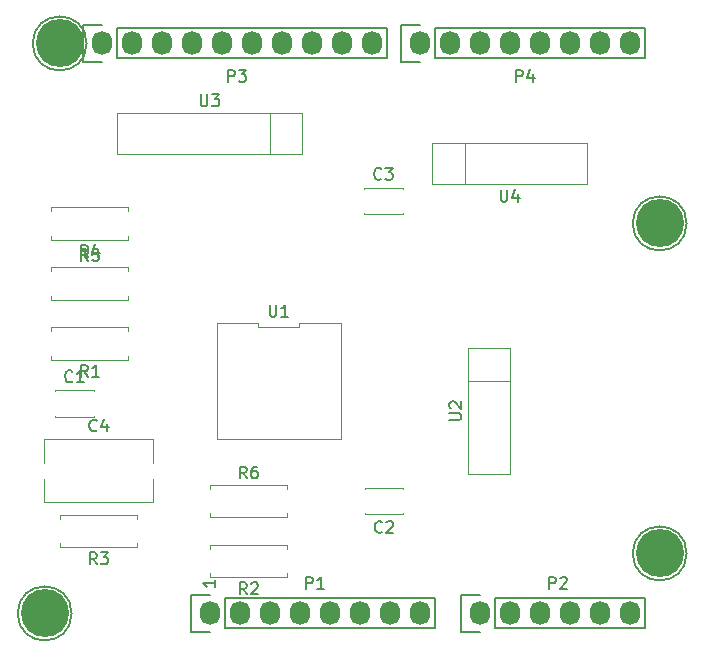
<source format=gbr>
%TF.GenerationSoftware,KiCad,Pcbnew,(6.0.2)*%
%TF.CreationDate,2022-03-16T08:15:24+01:00*%
%TF.ProjectId,Banc_de_test_2,42616e63-5f64-4655-9f74-6573745f322e,rev?*%
%TF.SameCoordinates,Original*%
%TF.FileFunction,Legend,Top*%
%TF.FilePolarity,Positive*%
%FSLAX46Y46*%
G04 Gerber Fmt 4.6, Leading zero omitted, Abs format (unit mm)*
G04 Created by KiCad (PCBNEW (6.0.2)) date 2022-03-16 08:15:24*
%MOMM*%
%LPD*%
G01*
G04 APERTURE LIST*
%ADD10C,0.150000*%
%ADD11C,0.120000*%
%ADD12O,1.727200X2.032000*%
%ADD13C,4.064000*%
G04 APERTURE END LIST*
D10*
X139390380Y-120999285D02*
X139390380Y-121570714D01*
X139390380Y-121285000D02*
X138390380Y-121285000D01*
X138533238Y-121380238D01*
X138628476Y-121475476D01*
X138676095Y-121570714D01*
%TO.C,P1*%
X147089904Y-121737380D02*
X147089904Y-120737380D01*
X147470857Y-120737380D01*
X147566095Y-120785000D01*
X147613714Y-120832619D01*
X147661333Y-120927857D01*
X147661333Y-121070714D01*
X147613714Y-121165952D01*
X147566095Y-121213571D01*
X147470857Y-121261190D01*
X147089904Y-121261190D01*
X148613714Y-121737380D02*
X148042285Y-121737380D01*
X148328000Y-121737380D02*
X148328000Y-120737380D01*
X148232761Y-120880238D01*
X148137523Y-120975476D01*
X148042285Y-121023095D01*
%TO.C,P2*%
X167663904Y-121737380D02*
X167663904Y-120737380D01*
X168044857Y-120737380D01*
X168140095Y-120785000D01*
X168187714Y-120832619D01*
X168235333Y-120927857D01*
X168235333Y-121070714D01*
X168187714Y-121165952D01*
X168140095Y-121213571D01*
X168044857Y-121261190D01*
X167663904Y-121261190D01*
X168616285Y-120832619D02*
X168663904Y-120785000D01*
X168759142Y-120737380D01*
X168997238Y-120737380D01*
X169092476Y-120785000D01*
X169140095Y-120832619D01*
X169187714Y-120927857D01*
X169187714Y-121023095D01*
X169140095Y-121165952D01*
X168568666Y-121737380D01*
X169187714Y-121737380D01*
%TO.C,P3*%
X140485904Y-78811380D02*
X140485904Y-77811380D01*
X140866857Y-77811380D01*
X140962095Y-77859000D01*
X141009714Y-77906619D01*
X141057333Y-78001857D01*
X141057333Y-78144714D01*
X141009714Y-78239952D01*
X140962095Y-78287571D01*
X140866857Y-78335190D01*
X140485904Y-78335190D01*
X141390666Y-77811380D02*
X142009714Y-77811380D01*
X141676380Y-78192333D01*
X141819238Y-78192333D01*
X141914476Y-78239952D01*
X141962095Y-78287571D01*
X142009714Y-78382809D01*
X142009714Y-78620904D01*
X141962095Y-78716142D01*
X141914476Y-78763761D01*
X141819238Y-78811380D01*
X141533523Y-78811380D01*
X141438285Y-78763761D01*
X141390666Y-78716142D01*
%TO.C,P4*%
X164869904Y-78811380D02*
X164869904Y-77811380D01*
X165250857Y-77811380D01*
X165346095Y-77859000D01*
X165393714Y-77906619D01*
X165441333Y-78001857D01*
X165441333Y-78144714D01*
X165393714Y-78239952D01*
X165346095Y-78287571D01*
X165250857Y-78335190D01*
X164869904Y-78335190D01*
X166298476Y-78144714D02*
X166298476Y-78811380D01*
X166060380Y-77763761D02*
X165822285Y-78478047D01*
X166441333Y-78478047D01*
%TO.C,C1*%
X127321333Y-104152142D02*
X127273714Y-104199761D01*
X127130857Y-104247380D01*
X127035619Y-104247380D01*
X126892761Y-104199761D01*
X126797523Y-104104523D01*
X126749904Y-104009285D01*
X126702285Y-103818809D01*
X126702285Y-103675952D01*
X126749904Y-103485476D01*
X126797523Y-103390238D01*
X126892761Y-103295000D01*
X127035619Y-103247380D01*
X127130857Y-103247380D01*
X127273714Y-103295000D01*
X127321333Y-103342619D01*
X128273714Y-104247380D02*
X127702285Y-104247380D01*
X127988000Y-104247380D02*
X127988000Y-103247380D01*
X127892761Y-103390238D01*
X127797523Y-103485476D01*
X127702285Y-103533095D01*
%TO.C,U1*%
X144018095Y-97682380D02*
X144018095Y-98491904D01*
X144065714Y-98587142D01*
X144113333Y-98634761D01*
X144208571Y-98682380D01*
X144399047Y-98682380D01*
X144494285Y-98634761D01*
X144541904Y-98587142D01*
X144589523Y-98491904D01*
X144589523Y-97682380D01*
X145589523Y-98682380D02*
X145018095Y-98682380D01*
X145303809Y-98682380D02*
X145303809Y-97682380D01*
X145208571Y-97825238D01*
X145113333Y-97920476D01*
X145018095Y-97968095D01*
%TO.C,U3*%
X138176095Y-79867380D02*
X138176095Y-80676904D01*
X138223714Y-80772142D01*
X138271333Y-80819761D01*
X138366571Y-80867380D01*
X138557047Y-80867380D01*
X138652285Y-80819761D01*
X138699904Y-80772142D01*
X138747523Y-80676904D01*
X138747523Y-79867380D01*
X139128476Y-79867380D02*
X139747523Y-79867380D01*
X139414190Y-80248333D01*
X139557047Y-80248333D01*
X139652285Y-80295952D01*
X139699904Y-80343571D01*
X139747523Y-80438809D01*
X139747523Y-80676904D01*
X139699904Y-80772142D01*
X139652285Y-80819761D01*
X139557047Y-80867380D01*
X139271333Y-80867380D01*
X139176095Y-80819761D01*
X139128476Y-80772142D01*
%TO.C,R4*%
X128611333Y-93627380D02*
X128278000Y-93151190D01*
X128039904Y-93627380D02*
X128039904Y-92627380D01*
X128420857Y-92627380D01*
X128516095Y-92675000D01*
X128563714Y-92722619D01*
X128611333Y-92817857D01*
X128611333Y-92960714D01*
X128563714Y-93055952D01*
X128516095Y-93103571D01*
X128420857Y-93151190D01*
X128039904Y-93151190D01*
X129468476Y-92960714D02*
X129468476Y-93627380D01*
X129230380Y-92579761D02*
X128992285Y-93294047D01*
X129611333Y-93294047D01*
%TO.C,R3*%
X129373333Y-119662380D02*
X129040000Y-119186190D01*
X128801904Y-119662380D02*
X128801904Y-118662380D01*
X129182857Y-118662380D01*
X129278095Y-118710000D01*
X129325714Y-118757619D01*
X129373333Y-118852857D01*
X129373333Y-118995714D01*
X129325714Y-119090952D01*
X129278095Y-119138571D01*
X129182857Y-119186190D01*
X128801904Y-119186190D01*
X129706666Y-118662380D02*
X130325714Y-118662380D01*
X129992380Y-119043333D01*
X130135238Y-119043333D01*
X130230476Y-119090952D01*
X130278095Y-119138571D01*
X130325714Y-119233809D01*
X130325714Y-119471904D01*
X130278095Y-119567142D01*
X130230476Y-119614761D01*
X130135238Y-119662380D01*
X129849523Y-119662380D01*
X129754285Y-119614761D01*
X129706666Y-119567142D01*
%TO.C,R2*%
X142073333Y-122202380D02*
X141740000Y-121726190D01*
X141501904Y-122202380D02*
X141501904Y-121202380D01*
X141882857Y-121202380D01*
X141978095Y-121250000D01*
X142025714Y-121297619D01*
X142073333Y-121392857D01*
X142073333Y-121535714D01*
X142025714Y-121630952D01*
X141978095Y-121678571D01*
X141882857Y-121726190D01*
X141501904Y-121726190D01*
X142454285Y-121297619D02*
X142501904Y-121250000D01*
X142597142Y-121202380D01*
X142835238Y-121202380D01*
X142930476Y-121250000D01*
X142978095Y-121297619D01*
X143025714Y-121392857D01*
X143025714Y-121488095D01*
X142978095Y-121630952D01*
X142406666Y-122202380D01*
X143025714Y-122202380D01*
%TO.C,C2*%
X153523333Y-116907142D02*
X153475714Y-116954761D01*
X153332857Y-117002380D01*
X153237619Y-117002380D01*
X153094761Y-116954761D01*
X152999523Y-116859523D01*
X152951904Y-116764285D01*
X152904285Y-116573809D01*
X152904285Y-116430952D01*
X152951904Y-116240476D01*
X152999523Y-116145238D01*
X153094761Y-116050000D01*
X153237619Y-116002380D01*
X153332857Y-116002380D01*
X153475714Y-116050000D01*
X153523333Y-116097619D01*
X153904285Y-116097619D02*
X153951904Y-116050000D01*
X154047142Y-116002380D01*
X154285238Y-116002380D01*
X154380476Y-116050000D01*
X154428095Y-116097619D01*
X154475714Y-116192857D01*
X154475714Y-116288095D01*
X154428095Y-116430952D01*
X153856666Y-117002380D01*
X154475714Y-117002380D01*
%TO.C,R5*%
X128611333Y-93967380D02*
X128278000Y-93491190D01*
X128039904Y-93967380D02*
X128039904Y-92967380D01*
X128420857Y-92967380D01*
X128516095Y-93015000D01*
X128563714Y-93062619D01*
X128611333Y-93157857D01*
X128611333Y-93300714D01*
X128563714Y-93395952D01*
X128516095Y-93443571D01*
X128420857Y-93491190D01*
X128039904Y-93491190D01*
X129516095Y-92967380D02*
X129039904Y-92967380D01*
X128992285Y-93443571D01*
X129039904Y-93395952D01*
X129135142Y-93348333D01*
X129373238Y-93348333D01*
X129468476Y-93395952D01*
X129516095Y-93443571D01*
X129563714Y-93538809D01*
X129563714Y-93776904D01*
X129516095Y-93872142D01*
X129468476Y-93919761D01*
X129373238Y-93967380D01*
X129135142Y-93967380D01*
X129039904Y-93919761D01*
X128992285Y-93872142D01*
%TO.C,C3*%
X153483333Y-87007142D02*
X153435714Y-87054761D01*
X153292857Y-87102380D01*
X153197619Y-87102380D01*
X153054761Y-87054761D01*
X152959523Y-86959523D01*
X152911904Y-86864285D01*
X152864285Y-86673809D01*
X152864285Y-86530952D01*
X152911904Y-86340476D01*
X152959523Y-86245238D01*
X153054761Y-86150000D01*
X153197619Y-86102380D01*
X153292857Y-86102380D01*
X153435714Y-86150000D01*
X153483333Y-86197619D01*
X153816666Y-86102380D02*
X154435714Y-86102380D01*
X154102380Y-86483333D01*
X154245238Y-86483333D01*
X154340476Y-86530952D01*
X154388095Y-86578571D01*
X154435714Y-86673809D01*
X154435714Y-86911904D01*
X154388095Y-87007142D01*
X154340476Y-87054761D01*
X154245238Y-87102380D01*
X153959523Y-87102380D01*
X153864285Y-87054761D01*
X153816666Y-87007142D01*
%TO.C,U4*%
X163576095Y-87947380D02*
X163576095Y-88756904D01*
X163623714Y-88852142D01*
X163671333Y-88899761D01*
X163766571Y-88947380D01*
X163957047Y-88947380D01*
X164052285Y-88899761D01*
X164099904Y-88852142D01*
X164147523Y-88756904D01*
X164147523Y-87947380D01*
X165052285Y-88280714D02*
X165052285Y-88947380D01*
X164814190Y-87899761D02*
X164576095Y-88614047D01*
X165195142Y-88614047D01*
%TO.C,R6*%
X142073333Y-112382380D02*
X141740000Y-111906190D01*
X141501904Y-112382380D02*
X141501904Y-111382380D01*
X141882857Y-111382380D01*
X141978095Y-111430000D01*
X142025714Y-111477619D01*
X142073333Y-111572857D01*
X142073333Y-111715714D01*
X142025714Y-111810952D01*
X141978095Y-111858571D01*
X141882857Y-111906190D01*
X141501904Y-111906190D01*
X142930476Y-111382380D02*
X142740000Y-111382380D01*
X142644761Y-111430000D01*
X142597142Y-111477619D01*
X142501904Y-111620476D01*
X142454285Y-111810952D01*
X142454285Y-112191904D01*
X142501904Y-112287142D01*
X142549523Y-112334761D01*
X142644761Y-112382380D01*
X142835238Y-112382380D01*
X142930476Y-112334761D01*
X142978095Y-112287142D01*
X143025714Y-112191904D01*
X143025714Y-111953809D01*
X142978095Y-111858571D01*
X142930476Y-111810952D01*
X142835238Y-111763333D01*
X142644761Y-111763333D01*
X142549523Y-111810952D01*
X142501904Y-111858571D01*
X142454285Y-111953809D01*
%TO.C,R1*%
X128611333Y-103787380D02*
X128278000Y-103311190D01*
X128039904Y-103787380D02*
X128039904Y-102787380D01*
X128420857Y-102787380D01*
X128516095Y-102835000D01*
X128563714Y-102882619D01*
X128611333Y-102977857D01*
X128611333Y-103120714D01*
X128563714Y-103215952D01*
X128516095Y-103263571D01*
X128420857Y-103311190D01*
X128039904Y-103311190D01*
X129563714Y-103787380D02*
X128992285Y-103787380D01*
X129278000Y-103787380D02*
X129278000Y-102787380D01*
X129182761Y-102930238D01*
X129087523Y-103025476D01*
X128992285Y-103073095D01*
%TO.C,C4*%
X129373333Y-108317142D02*
X129325714Y-108364761D01*
X129182857Y-108412380D01*
X129087619Y-108412380D01*
X128944761Y-108364761D01*
X128849523Y-108269523D01*
X128801904Y-108174285D01*
X128754285Y-107983809D01*
X128754285Y-107840952D01*
X128801904Y-107650476D01*
X128849523Y-107555238D01*
X128944761Y-107460000D01*
X129087619Y-107412380D01*
X129182857Y-107412380D01*
X129325714Y-107460000D01*
X129373333Y-107507619D01*
X130230476Y-107745714D02*
X130230476Y-108412380D01*
X129992380Y-107364761D02*
X129754285Y-108079047D01*
X130373333Y-108079047D01*
%TO.C,U2*%
X159242380Y-107441904D02*
X160051904Y-107441904D01*
X160147142Y-107394285D01*
X160194761Y-107346666D01*
X160242380Y-107251428D01*
X160242380Y-107060952D01*
X160194761Y-106965714D01*
X160147142Y-106918095D01*
X160051904Y-106870476D01*
X159242380Y-106870476D01*
X159337619Y-106441904D02*
X159290000Y-106394285D01*
X159242380Y-106299047D01*
X159242380Y-106060952D01*
X159290000Y-105965714D01*
X159337619Y-105918095D01*
X159432857Y-105870476D01*
X159528095Y-105870476D01*
X159670952Y-105918095D01*
X160242380Y-106489523D01*
X160242380Y-105870476D01*
%TO.C,P1*%
X157988000Y-125095000D02*
X157988000Y-122555000D01*
X140208000Y-125095000D02*
X157988000Y-125095000D01*
X157988000Y-122555000D02*
X140208000Y-122555000D01*
X138938000Y-122275000D02*
X137388000Y-122275000D01*
X137388000Y-122275000D02*
X137388000Y-125375000D01*
X137388000Y-125375000D02*
X138938000Y-125375000D01*
X140208000Y-125095000D02*
X140208000Y-122555000D01*
%TO.C,P2*%
X163068000Y-125095000D02*
X163068000Y-122555000D01*
X161798000Y-122275000D02*
X160248000Y-122275000D01*
X175768000Y-122555000D02*
X163068000Y-122555000D01*
X163068000Y-125095000D02*
X175768000Y-125095000D01*
X175768000Y-125095000D02*
X175768000Y-122555000D01*
X160248000Y-122275000D02*
X160248000Y-125375000D01*
X160248000Y-125375000D02*
X161798000Y-125375000D01*
%TO.C,P3*%
X128244000Y-74015000D02*
X128244000Y-77115000D01*
X131064000Y-76835000D02*
X153924000Y-76835000D01*
X153924000Y-76835000D02*
X153924000Y-74295000D01*
X153924000Y-74295000D02*
X131064000Y-74295000D01*
X129794000Y-74015000D02*
X128244000Y-74015000D01*
X128244000Y-77115000D02*
X129794000Y-77115000D01*
X131064000Y-76835000D02*
X131064000Y-74295000D01*
%TO.C,P4*%
X175768000Y-74295000D02*
X157988000Y-74295000D01*
X155168000Y-77115000D02*
X156718000Y-77115000D01*
X157988000Y-76835000D02*
X175768000Y-76835000D01*
X157988000Y-76835000D02*
X157988000Y-74295000D01*
X156718000Y-74015000D02*
X155168000Y-74015000D01*
X175768000Y-76835000D02*
X175768000Y-74295000D01*
X155168000Y-74015000D02*
X155168000Y-77115000D01*
%TO.C,P5*%
X127254000Y-123825000D02*
G75*
G03*
X127254000Y-123825000I-2286000J0D01*
G01*
%TO.C,P6*%
X179324000Y-118745000D02*
G75*
G03*
X179324000Y-118745000I-2286000J0D01*
G01*
%TO.C,P7*%
X128524000Y-75565000D02*
G75*
G03*
X128524000Y-75565000I-2286000J0D01*
G01*
%TO.C,P8*%
X179324000Y-90805000D02*
G75*
G03*
X179324000Y-90805000I-2286000J0D01*
G01*
D11*
%TO.C,C1*%
X129108000Y-107100000D02*
X129108000Y-107165000D01*
X125868000Y-107100000D02*
X125868000Y-107165000D01*
X125868000Y-104925000D02*
X129108000Y-104925000D01*
X125868000Y-104925000D02*
X125868000Y-104990000D01*
X125868000Y-107165000D02*
X129108000Y-107165000D01*
X129108000Y-104925000D02*
X129108000Y-104990000D01*
%TO.C,U1*%
X146533333Y-99230000D02*
X146533333Y-99590000D01*
X150040000Y-99230000D02*
X146533333Y-99230000D01*
X139520000Y-99230000D02*
X139520000Y-109050000D01*
X143026667Y-99230000D02*
X139520000Y-99230000D01*
X146533333Y-99590000D02*
X143026667Y-99590000D01*
X139520000Y-109050000D02*
X150040000Y-109050000D01*
X150040000Y-109050000D02*
X150040000Y-99230000D01*
X143026667Y-99590000D02*
X143026667Y-99230000D01*
%TO.C,U3*%
X146788000Y-81415000D02*
X146788000Y-84955000D01*
X131088000Y-84955000D02*
X131088000Y-81415000D01*
X146788000Y-84955000D02*
X131088000Y-84955000D01*
X144018000Y-84955000D02*
X144018000Y-81415000D01*
X131088000Y-81415000D02*
X146788000Y-81415000D01*
%TO.C,R4*%
X132048000Y-89765000D02*
X132048000Y-89435000D01*
X125508000Y-92175000D02*
X125508000Y-91845000D01*
X125508000Y-89435000D02*
X125508000Y-89765000D01*
X132048000Y-89435000D02*
X125508000Y-89435000D01*
X132048000Y-91845000D02*
X132048000Y-92175000D01*
X132048000Y-92175000D02*
X125508000Y-92175000D01*
%TO.C,R3*%
X126270000Y-115470000D02*
X126270000Y-115800000D01*
X132810000Y-117880000D02*
X132810000Y-118210000D01*
X126270000Y-118210000D02*
X126270000Y-117880000D01*
X132810000Y-118210000D02*
X126270000Y-118210000D01*
X132810000Y-115470000D02*
X126270000Y-115470000D01*
X132810000Y-115800000D02*
X132810000Y-115470000D01*
%TO.C,R2*%
X145510000Y-118340000D02*
X145510000Y-118010000D01*
X145510000Y-120750000D02*
X138970000Y-120750000D01*
X138970000Y-118010000D02*
X138970000Y-118340000D01*
X145510000Y-118010000D02*
X138970000Y-118010000D01*
X138970000Y-120750000D02*
X138970000Y-120420000D01*
X145510000Y-120420000D02*
X145510000Y-120750000D01*
%TO.C,C2*%
X155310000Y-113180000D02*
X152070000Y-113180000D01*
X152070000Y-115420000D02*
X152070000Y-115355000D01*
X155310000Y-115420000D02*
X152070000Y-115420000D01*
X155310000Y-115420000D02*
X155310000Y-115355000D01*
X152070000Y-113245000D02*
X152070000Y-113180000D01*
X155310000Y-113245000D02*
X155310000Y-113180000D01*
%TO.C,R5*%
X132048000Y-94515000D02*
X132048000Y-94845000D01*
X125508000Y-97255000D02*
X132048000Y-97255000D01*
X132048000Y-97255000D02*
X132048000Y-96925000D01*
X125508000Y-94515000D02*
X132048000Y-94515000D01*
X125508000Y-96925000D02*
X125508000Y-97255000D01*
X125508000Y-94845000D02*
X125508000Y-94515000D01*
%TO.C,C3*%
X152030000Y-89955000D02*
X152030000Y-90020000D01*
X155270000Y-87780000D02*
X155270000Y-87845000D01*
X152030000Y-87780000D02*
X155270000Y-87780000D01*
X155270000Y-89955000D02*
X155270000Y-90020000D01*
X152030000Y-87780000D02*
X152030000Y-87845000D01*
X152030000Y-90020000D02*
X155270000Y-90020000D01*
%TO.C,U4*%
X160528000Y-83955000D02*
X160528000Y-87495000D01*
X157758000Y-83955000D02*
X170918000Y-83955000D01*
X157758000Y-87495000D02*
X157758000Y-83955000D01*
X170918000Y-83955000D02*
X170918000Y-87495000D01*
X170918000Y-87495000D02*
X157758000Y-87495000D01*
%TO.C,R6*%
X138970000Y-115670000D02*
X145510000Y-115670000D01*
X145510000Y-115670000D02*
X145510000Y-115340000D01*
X138970000Y-115340000D02*
X138970000Y-115670000D01*
X145510000Y-112930000D02*
X145510000Y-113260000D01*
X138970000Y-113260000D02*
X138970000Y-112930000D01*
X138970000Y-112930000D02*
X145510000Y-112930000D01*
%TO.C,R1*%
X132048000Y-102335000D02*
X125508000Y-102335000D01*
X132048000Y-99595000D02*
X125508000Y-99595000D01*
X125508000Y-102335000D02*
X125508000Y-102005000D01*
X125508000Y-99595000D02*
X125508000Y-99925000D01*
X132048000Y-99925000D02*
X132048000Y-99595000D01*
X132048000Y-102005000D02*
X132048000Y-102335000D01*
%TO.C,C4*%
X134160000Y-109090000D02*
X134160000Y-111095000D01*
X124920000Y-114430000D02*
X134160000Y-114430000D01*
X134160000Y-112425000D02*
X134160000Y-114430000D01*
X124920000Y-112425000D02*
X124920000Y-114430000D01*
X124920000Y-109090000D02*
X134160000Y-109090000D01*
X124920000Y-109090000D02*
X124920000Y-111095000D01*
%TO.C,U2*%
X160790000Y-111990000D02*
X160790000Y-101370000D01*
X164330000Y-104140000D02*
X160790000Y-104140000D01*
X164330000Y-111990000D02*
X160790000Y-111990000D01*
X164330000Y-101370000D02*
X164330000Y-111990000D01*
X160790000Y-101370000D02*
X164330000Y-101370000D01*
%TD*%
D12*
%TO.C,P1*%
X138938000Y-123825000D03*
X141478000Y-123825000D03*
X144018000Y-123825000D03*
X146558000Y-123825000D03*
X149098000Y-123825000D03*
X151638000Y-123825000D03*
X154178000Y-123825000D03*
X156718000Y-123825000D03*
%TD*%
%TO.C,P2*%
X161798000Y-123825000D03*
X164338000Y-123825000D03*
X166878000Y-123825000D03*
X169418000Y-123825000D03*
X171958000Y-123825000D03*
X174498000Y-123825000D03*
%TD*%
%TO.C,P3*%
X129794000Y-75565000D03*
X132334000Y-75565000D03*
X134874000Y-75565000D03*
X137414000Y-75565000D03*
X139954000Y-75565000D03*
X142494000Y-75565000D03*
X145034000Y-75565000D03*
X147574000Y-75565000D03*
X150114000Y-75565000D03*
X152654000Y-75565000D03*
%TD*%
%TO.C,P4*%
X156718000Y-75565000D03*
X159258000Y-75565000D03*
X161798000Y-75565000D03*
X164338000Y-75565000D03*
X166878000Y-75565000D03*
X169418000Y-75565000D03*
X171958000Y-75565000D03*
X174498000Y-75565000D03*
%TD*%
D13*
%TO.C,P5*%
X124968000Y-123825000D03*
%TD*%
%TO.C,P6*%
X177038000Y-118745000D03*
%TD*%
%TO.C,P7*%
X126238000Y-75565000D03*
%TD*%
%TO.C,P8*%
X177038000Y-90805000D03*
%TD*%
M02*

</source>
